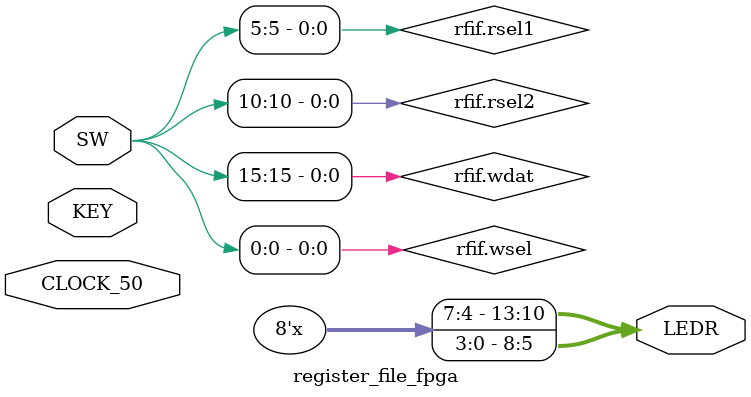
<source format=sv>
/*
  Eric Villasenor
  evillase@gmail.com

  register file fpga wrapper
*/

// interface
`include "register_file_if.vh"

module register_file_fpga (
  input logic CLOCK_50,
  input logic [3:0] KEY,
  input logic [17:0] SW,
  output logic [17:0] LEDR
);

  // interface
  register_file_if rfif();
  // rf
  register_file RF(CLOCK_50, KEY[2], rfif);




assign rfif.wdat = {29'b0,SW[17:15]};
assign rfif.rsel2 = SW[14:10];
assign rfif.rsel1 = SW[9:5];
assign rfif.wsel = SW[4:0];

assign rfif.WEN = ~KEY[3];

assign LEDR[8:5] = rfif.rdat1[3:0];
assign LEDR[13:10] = rfif.rdat2[3:0];

endmodule

</source>
